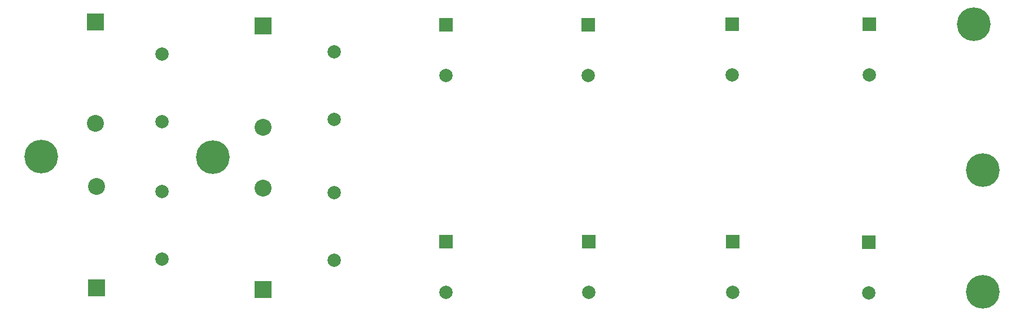
<source format=gtl>
G04 (created by PCBNEW-RS274X (2012-01-19 BZR 3256)-stable) date 31/05/2012 03:32:05 p.m.*
G01*
G70*
G90*
%MOIN*%
G04 Gerber Fmt 3.4, Leading zero omitted, Abs format*
%FSLAX34Y34*%
G04 APERTURE LIST*
%ADD10C,0.006000*%
%ADD11C,0.199400*%
%ADD12R,0.078700X0.078700*%
%ADD13C,0.078700*%
%ADD14C,0.100000*%
%ADD15R,0.100000X0.100000*%
G04 APERTURE END LIST*
G54D10*
G54D11*
X10669Y-20551D03*
X20787Y-20591D03*
X66260Y-28543D03*
X65748Y-12717D03*
G54D12*
X42953Y-12752D03*
G54D13*
X42953Y-15752D03*
G54D12*
X34567Y-12752D03*
G54D13*
X34567Y-15752D03*
G54D12*
X51457Y-12713D03*
G54D13*
X51457Y-15713D03*
G54D12*
X59567Y-12713D03*
G54D13*
X59567Y-15713D03*
G54D12*
X34567Y-25587D03*
G54D13*
X34567Y-28587D03*
G54D12*
X51496Y-25587D03*
G54D13*
X51496Y-28587D03*
G54D12*
X59528Y-25626D03*
G54D13*
X59528Y-28626D03*
G54D12*
X42992Y-25587D03*
G54D13*
X42992Y-28587D03*
G54D11*
X66260Y-21339D03*
G54D14*
X13937Y-22315D03*
G54D15*
X13937Y-28315D03*
G54D14*
X13858Y-18591D03*
G54D15*
X13858Y-12591D03*
G54D14*
X23780Y-22433D03*
G54D15*
X23780Y-28433D03*
G54D14*
X23780Y-18827D03*
G54D15*
X23780Y-12827D03*
G54D13*
X17795Y-26606D03*
X17795Y-22606D03*
X17795Y-18496D03*
X17795Y-14496D03*
X27953Y-26685D03*
X27953Y-22685D03*
X27953Y-18339D03*
X27953Y-14339D03*
M02*

</source>
